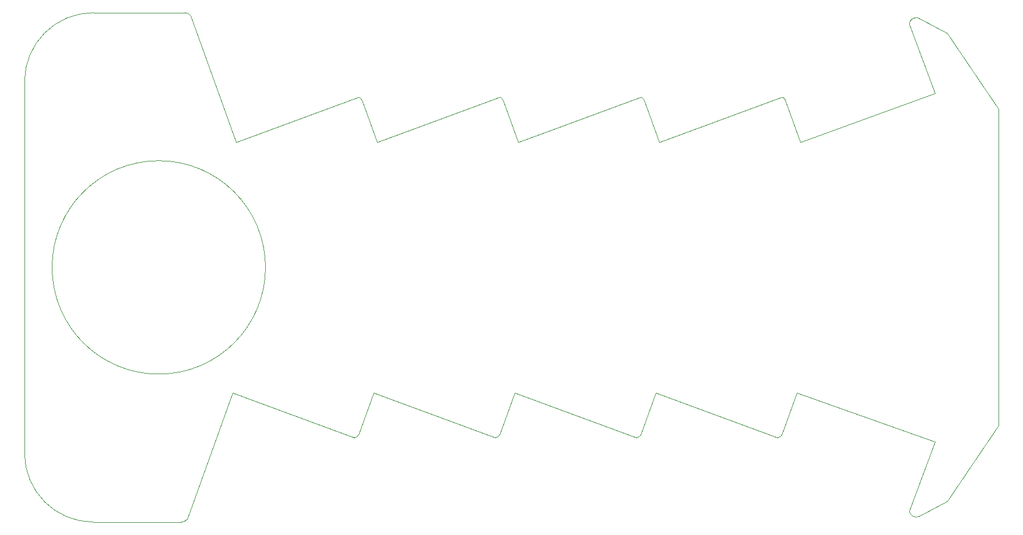
<source format=gbr>
%TF.GenerationSoftware,KiCad,Pcbnew,(5.1.8)-1*%
%TF.CreationDate,2023-04-23T23:39:47+09:00*%
%TF.ProjectId,face,66616365-2e6b-4696-9361-645f70636258,rev?*%
%TF.SameCoordinates,Original*%
%TF.FileFunction,Profile,NP*%
%FSLAX46Y46*%
G04 Gerber Fmt 4.6, Leading zero omitted, Abs format (unit mm)*
G04 Created by KiCad (PCBNEW (5.1.8)-1) date 2023-04-23 23:39:47*
%MOMM*%
%LPD*%
G01*
G04 APERTURE LIST*
%TA.AperFunction,Profile*%
%ADD10C,0.050000*%
%TD*%
G04 APERTURE END LIST*
D10*
X200500000Y-132000000D02*
X208000000Y-121000000D01*
X196400000Y-134200000D02*
X200500000Y-132000000D01*
X195015116Y-133299999D02*
G75*
G03*
X196399999Y-134199999I984884J-1D01*
G01*
X198700000Y-123300000D02*
X195015116Y-133299999D01*
X195015116Y-62700001D02*
G75*
G02*
X196399999Y-61800001I984884J1D01*
G01*
X200500000Y-64000000D02*
X208000000Y-75000000D01*
X196400000Y-61800000D02*
X200500000Y-64000000D01*
X76500000Y-135000000D02*
G75*
G02*
X66500000Y-125000000I0J10000000D01*
G01*
X66500000Y-71000000D02*
G75*
G02*
X76500000Y-61000000I10000000J0D01*
G01*
X66500000Y-125000000D02*
X66500000Y-71000000D01*
X208000000Y-75000000D02*
X208000000Y-121000000D01*
X114400002Y-122700000D02*
G75*
G03*
X115000000Y-122300000I99999J499999D01*
G01*
X134900002Y-122700000D02*
G75*
G03*
X135500000Y-122300000I99999J499999D01*
G01*
X178700000Y-116200000D02*
X176500000Y-122300000D01*
X155400002Y-122700000D02*
X137700000Y-116200000D01*
X198700000Y-123300000D02*
X178700000Y-116200000D01*
X155400002Y-122700000D02*
G75*
G03*
X156000000Y-122300000I99999J499999D01*
G01*
X175900002Y-122700000D02*
X158200000Y-116200000D01*
X175900002Y-122700000D02*
G75*
G03*
X176500000Y-122300000I99999J499999D01*
G01*
X137700000Y-116200000D02*
X135500000Y-122300000D01*
X158200000Y-116200000D02*
X156000000Y-122300000D01*
X134900002Y-122700000D02*
X117200000Y-116200000D01*
X117200000Y-116200000D02*
X115000000Y-122300000D01*
X114400002Y-122700000D02*
X96700000Y-116200000D01*
X89300000Y-135000000D02*
G75*
G03*
X90100000Y-134600000I0J1000000D01*
G01*
X96700000Y-116200000D02*
X90100000Y-134600000D01*
X89300000Y-135000000D02*
X76500000Y-135000000D01*
X198700000Y-72700000D02*
X195015116Y-62700001D01*
X198700000Y-72700000D02*
X179200000Y-79800000D01*
X176400002Y-73300000D02*
X158700000Y-79800000D01*
X176400002Y-73300000D02*
G75*
G02*
X177000000Y-73700000I99999J-499999D01*
G01*
X179200000Y-79800000D02*
X177000000Y-73700000D01*
X155900002Y-73300000D02*
G75*
G02*
X156500000Y-73700000I99999J-499999D01*
G01*
X158700000Y-79800000D02*
X156500000Y-73700000D01*
X155900002Y-73300000D02*
X138200000Y-79800000D01*
X135400002Y-73300000D02*
G75*
G02*
X136000000Y-73700000I99999J-499999D01*
G01*
X138200000Y-79800000D02*
X136000000Y-73700000D01*
X135400002Y-73300000D02*
X117700000Y-79800000D01*
X114900002Y-73300000D02*
G75*
G02*
X115500000Y-73700000I99999J-499999D01*
G01*
X117700000Y-79800000D02*
X115500000Y-73700000D01*
X114900002Y-73300000D02*
X97200000Y-79800000D01*
X89800000Y-61000000D02*
G75*
G02*
X90600000Y-61400000I0J-1000000D01*
G01*
X97200000Y-79800000D02*
X90600000Y-61400000D01*
X101500000Y-98000000D02*
G75*
G03*
X101500000Y-98000000I-15500000J0D01*
G01*
X89800000Y-61000000D02*
X76500000Y-61000000D01*
M02*

</source>
